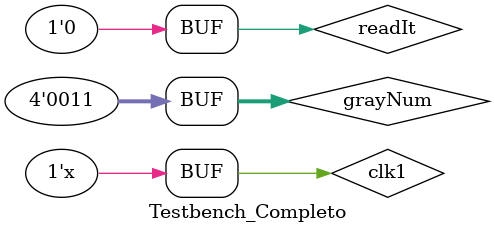
<source format=sv>
`timescale 1ns / 1ps

module Testbench_Completo();

    logic clk1;
    logic readIt;
    logic [3:0] grayNum;
    logic Digito_dec, Digito_uni, Digito_cen, Digito_mil;
    logic Digito_decenaNAN, Digito_unidadNAN, Digito_centenaNAN, Digito_milesimaNAN;
    logic [6:0] cSeg7;
    logic LED1, LED2, LED4, LED8;
    
    Full_GrayDecoder instancia(.clk(clk1), .read(readIt), .inSwitch(grayNum), 
                               .Digito_decena(Digito_dec), .Digito_unidad(Digito_uni), .Digito_centena(Digito_cen), .Digito_milesima(Digito_mil), 
                               .Digito_decenaNAN(Digito_decenaNAN), .Digito_unidadNAN(Digito_unidadNAN), .Digito_centenaNAN(Digito_centenaNAN), .Digito_milesimaNAN(Digito_milesimaNAN),
                               .cSeg7(cSeg7), .LED1(LED1), .LED2(LED2), .LED4(LED4), .LED8(LED8));

    always begin    
        #10;
        clk1 = ~clk1;
    end
    
    initial begin
    
            clk1 <=1;
            
            grayNum <= 4'b0000; #2000000;
            readIt <= 1; #2000000;
            readIt <= 0; #2000000;
            
            grayNum <= 4'b0001; #2000000;
            readIt <= 1; #2000000;
            readIt <= 0; #2000000;

            grayNum <= 4'b0011; #2000000;
            readIt <= 1; #2000000;
            readIt <= 0; #2000000;
                 
    end
    
endmodule

</source>
